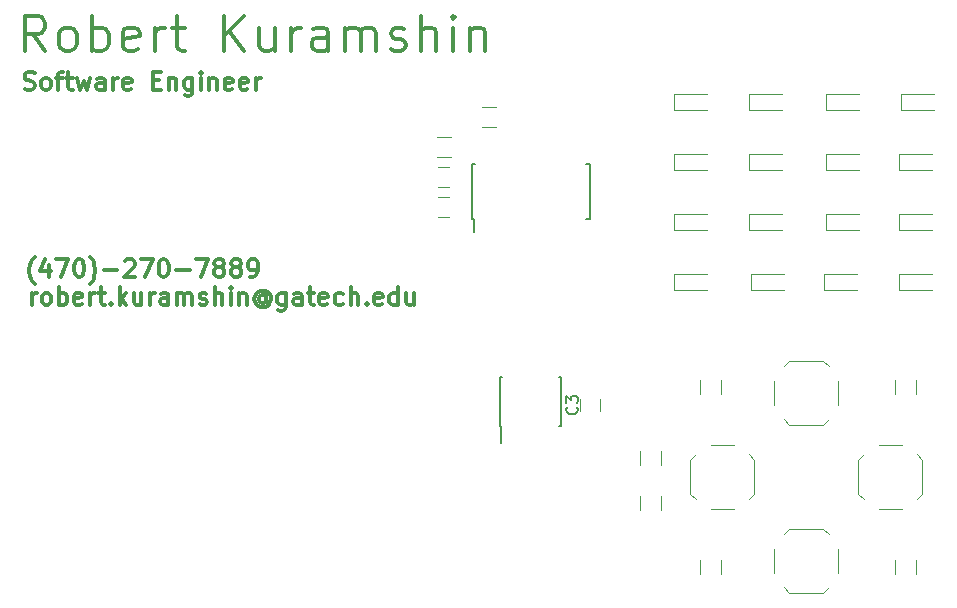
<source format=gto>
G04 #@! TF.FileFunction,Legend,Top*
%FSLAX46Y46*%
G04 Gerber Fmt 4.6, Leading zero omitted, Abs format (unit mm)*
G04 Created by KiCad (PCBNEW 4.0.7) date 09/22/17 17:03:54*
%MOMM*%
%LPD*%
G01*
G04 APERTURE LIST*
%ADD10C,0.100000*%
%ADD11C,0.300000*%
%ADD12C,0.120000*%
%ADD13C,0.150000*%
G04 APERTURE END LIST*
D10*
D11*
X148519716Y-115740500D02*
X148448288Y-115669071D01*
X148305431Y-115454786D01*
X148234002Y-115311929D01*
X148162573Y-115097643D01*
X148091145Y-114740500D01*
X148091145Y-114454786D01*
X148162573Y-114097643D01*
X148234002Y-113883357D01*
X148305431Y-113740500D01*
X148448288Y-113526214D01*
X148519716Y-113454786D01*
X149734002Y-114169071D02*
X149734002Y-115169071D01*
X149376859Y-113597643D02*
X149019716Y-114669071D01*
X149948288Y-114669071D01*
X150376859Y-113669071D02*
X151376859Y-113669071D01*
X150734002Y-115169071D01*
X152234001Y-113669071D02*
X152376858Y-113669071D01*
X152519715Y-113740500D01*
X152591144Y-113811929D01*
X152662573Y-113954786D01*
X152734001Y-114240500D01*
X152734001Y-114597643D01*
X152662573Y-114883357D01*
X152591144Y-115026214D01*
X152519715Y-115097643D01*
X152376858Y-115169071D01*
X152234001Y-115169071D01*
X152091144Y-115097643D01*
X152019715Y-115026214D01*
X151948287Y-114883357D01*
X151876858Y-114597643D01*
X151876858Y-114240500D01*
X151948287Y-113954786D01*
X152019715Y-113811929D01*
X152091144Y-113740500D01*
X152234001Y-113669071D01*
X153234001Y-115740500D02*
X153305429Y-115669071D01*
X153448286Y-115454786D01*
X153519715Y-115311929D01*
X153591144Y-115097643D01*
X153662572Y-114740500D01*
X153662572Y-114454786D01*
X153591144Y-114097643D01*
X153519715Y-113883357D01*
X153448286Y-113740500D01*
X153305429Y-113526214D01*
X153234001Y-113454786D01*
X154376858Y-114597643D02*
X155519715Y-114597643D01*
X156162572Y-113811929D02*
X156234001Y-113740500D01*
X156376858Y-113669071D01*
X156734001Y-113669071D01*
X156876858Y-113740500D01*
X156948287Y-113811929D01*
X157019715Y-113954786D01*
X157019715Y-114097643D01*
X156948287Y-114311929D01*
X156091144Y-115169071D01*
X157019715Y-115169071D01*
X157519715Y-113669071D02*
X158519715Y-113669071D01*
X157876858Y-115169071D01*
X159376857Y-113669071D02*
X159519714Y-113669071D01*
X159662571Y-113740500D01*
X159734000Y-113811929D01*
X159805429Y-113954786D01*
X159876857Y-114240500D01*
X159876857Y-114597643D01*
X159805429Y-114883357D01*
X159734000Y-115026214D01*
X159662571Y-115097643D01*
X159519714Y-115169071D01*
X159376857Y-115169071D01*
X159234000Y-115097643D01*
X159162571Y-115026214D01*
X159091143Y-114883357D01*
X159019714Y-114597643D01*
X159019714Y-114240500D01*
X159091143Y-113954786D01*
X159162571Y-113811929D01*
X159234000Y-113740500D01*
X159376857Y-113669071D01*
X160519714Y-114597643D02*
X161662571Y-114597643D01*
X162234000Y-113669071D02*
X163234000Y-113669071D01*
X162591143Y-115169071D01*
X164019714Y-114311929D02*
X163876856Y-114240500D01*
X163805428Y-114169071D01*
X163733999Y-114026214D01*
X163733999Y-113954786D01*
X163805428Y-113811929D01*
X163876856Y-113740500D01*
X164019714Y-113669071D01*
X164305428Y-113669071D01*
X164448285Y-113740500D01*
X164519714Y-113811929D01*
X164591142Y-113954786D01*
X164591142Y-114026214D01*
X164519714Y-114169071D01*
X164448285Y-114240500D01*
X164305428Y-114311929D01*
X164019714Y-114311929D01*
X163876856Y-114383357D01*
X163805428Y-114454786D01*
X163733999Y-114597643D01*
X163733999Y-114883357D01*
X163805428Y-115026214D01*
X163876856Y-115097643D01*
X164019714Y-115169071D01*
X164305428Y-115169071D01*
X164448285Y-115097643D01*
X164519714Y-115026214D01*
X164591142Y-114883357D01*
X164591142Y-114597643D01*
X164519714Y-114454786D01*
X164448285Y-114383357D01*
X164305428Y-114311929D01*
X165448285Y-114311929D02*
X165305427Y-114240500D01*
X165233999Y-114169071D01*
X165162570Y-114026214D01*
X165162570Y-113954786D01*
X165233999Y-113811929D01*
X165305427Y-113740500D01*
X165448285Y-113669071D01*
X165733999Y-113669071D01*
X165876856Y-113740500D01*
X165948285Y-113811929D01*
X166019713Y-113954786D01*
X166019713Y-114026214D01*
X165948285Y-114169071D01*
X165876856Y-114240500D01*
X165733999Y-114311929D01*
X165448285Y-114311929D01*
X165305427Y-114383357D01*
X165233999Y-114454786D01*
X165162570Y-114597643D01*
X165162570Y-114883357D01*
X165233999Y-115026214D01*
X165305427Y-115097643D01*
X165448285Y-115169071D01*
X165733999Y-115169071D01*
X165876856Y-115097643D01*
X165948285Y-115026214D01*
X166019713Y-114883357D01*
X166019713Y-114597643D01*
X165948285Y-114454786D01*
X165876856Y-114383357D01*
X165733999Y-114311929D01*
X166733998Y-115169071D02*
X167019713Y-115169071D01*
X167162570Y-115097643D01*
X167233998Y-115026214D01*
X167376856Y-114811929D01*
X167448284Y-114526214D01*
X167448284Y-113954786D01*
X167376856Y-113811929D01*
X167305427Y-113740500D01*
X167162570Y-113669071D01*
X166876856Y-113669071D01*
X166733998Y-113740500D01*
X166662570Y-113811929D01*
X166591141Y-113954786D01*
X166591141Y-114311929D01*
X166662570Y-114454786D01*
X166733998Y-114526214D01*
X166876856Y-114597643D01*
X167162570Y-114597643D01*
X167305427Y-114526214D01*
X167376856Y-114454786D01*
X167448284Y-114311929D01*
X148286429Y-117518571D02*
X148286429Y-116518571D01*
X148286429Y-116804286D02*
X148357857Y-116661429D01*
X148429286Y-116590000D01*
X148572143Y-116518571D01*
X148715000Y-116518571D01*
X149429286Y-117518571D02*
X149286428Y-117447143D01*
X149215000Y-117375714D01*
X149143571Y-117232857D01*
X149143571Y-116804286D01*
X149215000Y-116661429D01*
X149286428Y-116590000D01*
X149429286Y-116518571D01*
X149643571Y-116518571D01*
X149786428Y-116590000D01*
X149857857Y-116661429D01*
X149929286Y-116804286D01*
X149929286Y-117232857D01*
X149857857Y-117375714D01*
X149786428Y-117447143D01*
X149643571Y-117518571D01*
X149429286Y-117518571D01*
X150572143Y-117518571D02*
X150572143Y-116018571D01*
X150572143Y-116590000D02*
X150715000Y-116518571D01*
X151000714Y-116518571D01*
X151143571Y-116590000D01*
X151215000Y-116661429D01*
X151286429Y-116804286D01*
X151286429Y-117232857D01*
X151215000Y-117375714D01*
X151143571Y-117447143D01*
X151000714Y-117518571D01*
X150715000Y-117518571D01*
X150572143Y-117447143D01*
X152500714Y-117447143D02*
X152357857Y-117518571D01*
X152072143Y-117518571D01*
X151929286Y-117447143D01*
X151857857Y-117304286D01*
X151857857Y-116732857D01*
X151929286Y-116590000D01*
X152072143Y-116518571D01*
X152357857Y-116518571D01*
X152500714Y-116590000D01*
X152572143Y-116732857D01*
X152572143Y-116875714D01*
X151857857Y-117018571D01*
X153215000Y-117518571D02*
X153215000Y-116518571D01*
X153215000Y-116804286D02*
X153286428Y-116661429D01*
X153357857Y-116590000D01*
X153500714Y-116518571D01*
X153643571Y-116518571D01*
X153929285Y-116518571D02*
X154500714Y-116518571D01*
X154143571Y-116018571D02*
X154143571Y-117304286D01*
X154214999Y-117447143D01*
X154357857Y-117518571D01*
X154500714Y-117518571D01*
X155000714Y-117375714D02*
X155072142Y-117447143D01*
X155000714Y-117518571D01*
X154929285Y-117447143D01*
X155000714Y-117375714D01*
X155000714Y-117518571D01*
X155715000Y-117518571D02*
X155715000Y-116018571D01*
X155857857Y-116947143D02*
X156286428Y-117518571D01*
X156286428Y-116518571D02*
X155715000Y-117090000D01*
X157572143Y-116518571D02*
X157572143Y-117518571D01*
X156929286Y-116518571D02*
X156929286Y-117304286D01*
X157000714Y-117447143D01*
X157143572Y-117518571D01*
X157357857Y-117518571D01*
X157500714Y-117447143D01*
X157572143Y-117375714D01*
X158286429Y-117518571D02*
X158286429Y-116518571D01*
X158286429Y-116804286D02*
X158357857Y-116661429D01*
X158429286Y-116590000D01*
X158572143Y-116518571D01*
X158715000Y-116518571D01*
X159857857Y-117518571D02*
X159857857Y-116732857D01*
X159786428Y-116590000D01*
X159643571Y-116518571D01*
X159357857Y-116518571D01*
X159215000Y-116590000D01*
X159857857Y-117447143D02*
X159715000Y-117518571D01*
X159357857Y-117518571D01*
X159215000Y-117447143D01*
X159143571Y-117304286D01*
X159143571Y-117161429D01*
X159215000Y-117018571D01*
X159357857Y-116947143D01*
X159715000Y-116947143D01*
X159857857Y-116875714D01*
X160572143Y-117518571D02*
X160572143Y-116518571D01*
X160572143Y-116661429D02*
X160643571Y-116590000D01*
X160786429Y-116518571D01*
X161000714Y-116518571D01*
X161143571Y-116590000D01*
X161215000Y-116732857D01*
X161215000Y-117518571D01*
X161215000Y-116732857D02*
X161286429Y-116590000D01*
X161429286Y-116518571D01*
X161643571Y-116518571D01*
X161786429Y-116590000D01*
X161857857Y-116732857D01*
X161857857Y-117518571D01*
X162500714Y-117447143D02*
X162643571Y-117518571D01*
X162929286Y-117518571D01*
X163072143Y-117447143D01*
X163143571Y-117304286D01*
X163143571Y-117232857D01*
X163072143Y-117090000D01*
X162929286Y-117018571D01*
X162715000Y-117018571D01*
X162572143Y-116947143D01*
X162500714Y-116804286D01*
X162500714Y-116732857D01*
X162572143Y-116590000D01*
X162715000Y-116518571D01*
X162929286Y-116518571D01*
X163072143Y-116590000D01*
X163786429Y-117518571D02*
X163786429Y-116018571D01*
X164429286Y-117518571D02*
X164429286Y-116732857D01*
X164357857Y-116590000D01*
X164215000Y-116518571D01*
X164000715Y-116518571D01*
X163857857Y-116590000D01*
X163786429Y-116661429D01*
X165143572Y-117518571D02*
X165143572Y-116518571D01*
X165143572Y-116018571D02*
X165072143Y-116090000D01*
X165143572Y-116161429D01*
X165215000Y-116090000D01*
X165143572Y-116018571D01*
X165143572Y-116161429D01*
X165857858Y-116518571D02*
X165857858Y-117518571D01*
X165857858Y-116661429D02*
X165929286Y-116590000D01*
X166072144Y-116518571D01*
X166286429Y-116518571D01*
X166429286Y-116590000D01*
X166500715Y-116732857D01*
X166500715Y-117518571D01*
X168143572Y-116804286D02*
X168072144Y-116732857D01*
X167929287Y-116661429D01*
X167786429Y-116661429D01*
X167643572Y-116732857D01*
X167572144Y-116804286D01*
X167500715Y-116947143D01*
X167500715Y-117090000D01*
X167572144Y-117232857D01*
X167643572Y-117304286D01*
X167786429Y-117375714D01*
X167929287Y-117375714D01*
X168072144Y-117304286D01*
X168143572Y-117232857D01*
X168143572Y-116661429D02*
X168143572Y-117232857D01*
X168215001Y-117304286D01*
X168286429Y-117304286D01*
X168429287Y-117232857D01*
X168500715Y-117090000D01*
X168500715Y-116732857D01*
X168357858Y-116518571D01*
X168143572Y-116375714D01*
X167857858Y-116304286D01*
X167572144Y-116375714D01*
X167357858Y-116518571D01*
X167215001Y-116732857D01*
X167143572Y-117018571D01*
X167215001Y-117304286D01*
X167357858Y-117518571D01*
X167572144Y-117661429D01*
X167857858Y-117732857D01*
X168143572Y-117661429D01*
X168357858Y-117518571D01*
X169786429Y-116518571D02*
X169786429Y-117732857D01*
X169715000Y-117875714D01*
X169643572Y-117947143D01*
X169500715Y-118018571D01*
X169286429Y-118018571D01*
X169143572Y-117947143D01*
X169786429Y-117447143D02*
X169643572Y-117518571D01*
X169357858Y-117518571D01*
X169215000Y-117447143D01*
X169143572Y-117375714D01*
X169072143Y-117232857D01*
X169072143Y-116804286D01*
X169143572Y-116661429D01*
X169215000Y-116590000D01*
X169357858Y-116518571D01*
X169643572Y-116518571D01*
X169786429Y-116590000D01*
X171143572Y-117518571D02*
X171143572Y-116732857D01*
X171072143Y-116590000D01*
X170929286Y-116518571D01*
X170643572Y-116518571D01*
X170500715Y-116590000D01*
X171143572Y-117447143D02*
X171000715Y-117518571D01*
X170643572Y-117518571D01*
X170500715Y-117447143D01*
X170429286Y-117304286D01*
X170429286Y-117161429D01*
X170500715Y-117018571D01*
X170643572Y-116947143D01*
X171000715Y-116947143D01*
X171143572Y-116875714D01*
X171643572Y-116518571D02*
X172215001Y-116518571D01*
X171857858Y-116018571D02*
X171857858Y-117304286D01*
X171929286Y-117447143D01*
X172072144Y-117518571D01*
X172215001Y-117518571D01*
X173286429Y-117447143D02*
X173143572Y-117518571D01*
X172857858Y-117518571D01*
X172715001Y-117447143D01*
X172643572Y-117304286D01*
X172643572Y-116732857D01*
X172715001Y-116590000D01*
X172857858Y-116518571D01*
X173143572Y-116518571D01*
X173286429Y-116590000D01*
X173357858Y-116732857D01*
X173357858Y-116875714D01*
X172643572Y-117018571D01*
X174643572Y-117447143D02*
X174500715Y-117518571D01*
X174215001Y-117518571D01*
X174072143Y-117447143D01*
X174000715Y-117375714D01*
X173929286Y-117232857D01*
X173929286Y-116804286D01*
X174000715Y-116661429D01*
X174072143Y-116590000D01*
X174215001Y-116518571D01*
X174500715Y-116518571D01*
X174643572Y-116590000D01*
X175286429Y-117518571D02*
X175286429Y-116018571D01*
X175929286Y-117518571D02*
X175929286Y-116732857D01*
X175857857Y-116590000D01*
X175715000Y-116518571D01*
X175500715Y-116518571D01*
X175357857Y-116590000D01*
X175286429Y-116661429D01*
X176643572Y-117375714D02*
X176715000Y-117447143D01*
X176643572Y-117518571D01*
X176572143Y-117447143D01*
X176643572Y-117375714D01*
X176643572Y-117518571D01*
X177929286Y-117447143D02*
X177786429Y-117518571D01*
X177500715Y-117518571D01*
X177357858Y-117447143D01*
X177286429Y-117304286D01*
X177286429Y-116732857D01*
X177357858Y-116590000D01*
X177500715Y-116518571D01*
X177786429Y-116518571D01*
X177929286Y-116590000D01*
X178000715Y-116732857D01*
X178000715Y-116875714D01*
X177286429Y-117018571D01*
X179286429Y-117518571D02*
X179286429Y-116018571D01*
X179286429Y-117447143D02*
X179143572Y-117518571D01*
X178857858Y-117518571D01*
X178715000Y-117447143D01*
X178643572Y-117375714D01*
X178572143Y-117232857D01*
X178572143Y-116804286D01*
X178643572Y-116661429D01*
X178715000Y-116590000D01*
X178857858Y-116518571D01*
X179143572Y-116518571D01*
X179286429Y-116590000D01*
X180643572Y-116518571D02*
X180643572Y-117518571D01*
X180000715Y-116518571D02*
X180000715Y-117304286D01*
X180072143Y-117447143D01*
X180215001Y-117518571D01*
X180429286Y-117518571D01*
X180572143Y-117447143D01*
X180643572Y-117375714D01*
X147678429Y-99222643D02*
X147892715Y-99294071D01*
X148249858Y-99294071D01*
X148392715Y-99222643D01*
X148464144Y-99151214D01*
X148535572Y-99008357D01*
X148535572Y-98865500D01*
X148464144Y-98722643D01*
X148392715Y-98651214D01*
X148249858Y-98579786D01*
X147964144Y-98508357D01*
X147821286Y-98436929D01*
X147749858Y-98365500D01*
X147678429Y-98222643D01*
X147678429Y-98079786D01*
X147749858Y-97936929D01*
X147821286Y-97865500D01*
X147964144Y-97794071D01*
X148321286Y-97794071D01*
X148535572Y-97865500D01*
X149392715Y-99294071D02*
X149249857Y-99222643D01*
X149178429Y-99151214D01*
X149107000Y-99008357D01*
X149107000Y-98579786D01*
X149178429Y-98436929D01*
X149249857Y-98365500D01*
X149392715Y-98294071D01*
X149607000Y-98294071D01*
X149749857Y-98365500D01*
X149821286Y-98436929D01*
X149892715Y-98579786D01*
X149892715Y-99008357D01*
X149821286Y-99151214D01*
X149749857Y-99222643D01*
X149607000Y-99294071D01*
X149392715Y-99294071D01*
X150321286Y-98294071D02*
X150892715Y-98294071D01*
X150535572Y-99294071D02*
X150535572Y-98008357D01*
X150607000Y-97865500D01*
X150749858Y-97794071D01*
X150892715Y-97794071D01*
X151178429Y-98294071D02*
X151749858Y-98294071D01*
X151392715Y-97794071D02*
X151392715Y-99079786D01*
X151464143Y-99222643D01*
X151607001Y-99294071D01*
X151749858Y-99294071D01*
X152107001Y-98294071D02*
X152392715Y-99294071D01*
X152678429Y-98579786D01*
X152964144Y-99294071D01*
X153249858Y-98294071D01*
X154464144Y-99294071D02*
X154464144Y-98508357D01*
X154392715Y-98365500D01*
X154249858Y-98294071D01*
X153964144Y-98294071D01*
X153821287Y-98365500D01*
X154464144Y-99222643D02*
X154321287Y-99294071D01*
X153964144Y-99294071D01*
X153821287Y-99222643D01*
X153749858Y-99079786D01*
X153749858Y-98936929D01*
X153821287Y-98794071D01*
X153964144Y-98722643D01*
X154321287Y-98722643D01*
X154464144Y-98651214D01*
X155178430Y-99294071D02*
X155178430Y-98294071D01*
X155178430Y-98579786D02*
X155249858Y-98436929D01*
X155321287Y-98365500D01*
X155464144Y-98294071D01*
X155607001Y-98294071D01*
X156678429Y-99222643D02*
X156535572Y-99294071D01*
X156249858Y-99294071D01*
X156107001Y-99222643D01*
X156035572Y-99079786D01*
X156035572Y-98508357D01*
X156107001Y-98365500D01*
X156249858Y-98294071D01*
X156535572Y-98294071D01*
X156678429Y-98365500D01*
X156749858Y-98508357D01*
X156749858Y-98651214D01*
X156035572Y-98794071D01*
X158535572Y-98508357D02*
X159035572Y-98508357D01*
X159249858Y-99294071D02*
X158535572Y-99294071D01*
X158535572Y-97794071D01*
X159249858Y-97794071D01*
X159892715Y-98294071D02*
X159892715Y-99294071D01*
X159892715Y-98436929D02*
X159964143Y-98365500D01*
X160107001Y-98294071D01*
X160321286Y-98294071D01*
X160464143Y-98365500D01*
X160535572Y-98508357D01*
X160535572Y-99294071D01*
X161892715Y-98294071D02*
X161892715Y-99508357D01*
X161821286Y-99651214D01*
X161749858Y-99722643D01*
X161607001Y-99794071D01*
X161392715Y-99794071D01*
X161249858Y-99722643D01*
X161892715Y-99222643D02*
X161749858Y-99294071D01*
X161464144Y-99294071D01*
X161321286Y-99222643D01*
X161249858Y-99151214D01*
X161178429Y-99008357D01*
X161178429Y-98579786D01*
X161249858Y-98436929D01*
X161321286Y-98365500D01*
X161464144Y-98294071D01*
X161749858Y-98294071D01*
X161892715Y-98365500D01*
X162607001Y-99294071D02*
X162607001Y-98294071D01*
X162607001Y-97794071D02*
X162535572Y-97865500D01*
X162607001Y-97936929D01*
X162678429Y-97865500D01*
X162607001Y-97794071D01*
X162607001Y-97936929D01*
X163321287Y-98294071D02*
X163321287Y-99294071D01*
X163321287Y-98436929D02*
X163392715Y-98365500D01*
X163535573Y-98294071D01*
X163749858Y-98294071D01*
X163892715Y-98365500D01*
X163964144Y-98508357D01*
X163964144Y-99294071D01*
X165249858Y-99222643D02*
X165107001Y-99294071D01*
X164821287Y-99294071D01*
X164678430Y-99222643D01*
X164607001Y-99079786D01*
X164607001Y-98508357D01*
X164678430Y-98365500D01*
X164821287Y-98294071D01*
X165107001Y-98294071D01*
X165249858Y-98365500D01*
X165321287Y-98508357D01*
X165321287Y-98651214D01*
X164607001Y-98794071D01*
X166535572Y-99222643D02*
X166392715Y-99294071D01*
X166107001Y-99294071D01*
X165964144Y-99222643D01*
X165892715Y-99079786D01*
X165892715Y-98508357D01*
X165964144Y-98365500D01*
X166107001Y-98294071D01*
X166392715Y-98294071D01*
X166535572Y-98365500D01*
X166607001Y-98508357D01*
X166607001Y-98651214D01*
X165892715Y-98794071D01*
X167249858Y-99294071D02*
X167249858Y-98294071D01*
X167249858Y-98579786D02*
X167321286Y-98436929D01*
X167392715Y-98365500D01*
X167535572Y-98294071D01*
X167678429Y-98294071D01*
X149409785Y-96035643D02*
X148409785Y-94607071D01*
X147695500Y-96035643D02*
X147695500Y-93035643D01*
X148838357Y-93035643D01*
X149124071Y-93178500D01*
X149266928Y-93321357D01*
X149409785Y-93607071D01*
X149409785Y-94035643D01*
X149266928Y-94321357D01*
X149124071Y-94464214D01*
X148838357Y-94607071D01*
X147695500Y-94607071D01*
X151124071Y-96035643D02*
X150838357Y-95892786D01*
X150695500Y-95749929D01*
X150552643Y-95464214D01*
X150552643Y-94607071D01*
X150695500Y-94321357D01*
X150838357Y-94178500D01*
X151124071Y-94035643D01*
X151552643Y-94035643D01*
X151838357Y-94178500D01*
X151981214Y-94321357D01*
X152124071Y-94607071D01*
X152124071Y-95464214D01*
X151981214Y-95749929D01*
X151838357Y-95892786D01*
X151552643Y-96035643D01*
X151124071Y-96035643D01*
X153409786Y-96035643D02*
X153409786Y-93035643D01*
X153409786Y-94178500D02*
X153695500Y-94035643D01*
X154266929Y-94035643D01*
X154552643Y-94178500D01*
X154695500Y-94321357D01*
X154838357Y-94607071D01*
X154838357Y-95464214D01*
X154695500Y-95749929D01*
X154552643Y-95892786D01*
X154266929Y-96035643D01*
X153695500Y-96035643D01*
X153409786Y-95892786D01*
X157266929Y-95892786D02*
X156981215Y-96035643D01*
X156409786Y-96035643D01*
X156124072Y-95892786D01*
X155981215Y-95607071D01*
X155981215Y-94464214D01*
X156124072Y-94178500D01*
X156409786Y-94035643D01*
X156981215Y-94035643D01*
X157266929Y-94178500D01*
X157409786Y-94464214D01*
X157409786Y-94749929D01*
X155981215Y-95035643D01*
X158695501Y-96035643D02*
X158695501Y-94035643D01*
X158695501Y-94607071D02*
X158838358Y-94321357D01*
X158981215Y-94178500D01*
X159266929Y-94035643D01*
X159552644Y-94035643D01*
X160124072Y-94035643D02*
X161266929Y-94035643D01*
X160552644Y-93035643D02*
X160552644Y-95607071D01*
X160695501Y-95892786D01*
X160981215Y-96035643D01*
X161266929Y-96035643D01*
X164552644Y-96035643D02*
X164552644Y-93035643D01*
X166266929Y-96035643D02*
X164981215Y-94321357D01*
X166266929Y-93035643D02*
X164552644Y-94749929D01*
X168838358Y-94035643D02*
X168838358Y-96035643D01*
X167552644Y-94035643D02*
X167552644Y-95607071D01*
X167695501Y-95892786D01*
X167981215Y-96035643D01*
X168409787Y-96035643D01*
X168695501Y-95892786D01*
X168838358Y-95749929D01*
X170266930Y-96035643D02*
X170266930Y-94035643D01*
X170266930Y-94607071D02*
X170409787Y-94321357D01*
X170552644Y-94178500D01*
X170838358Y-94035643D01*
X171124073Y-94035643D01*
X173409787Y-96035643D02*
X173409787Y-94464214D01*
X173266930Y-94178500D01*
X172981216Y-94035643D01*
X172409787Y-94035643D01*
X172124073Y-94178500D01*
X173409787Y-95892786D02*
X173124073Y-96035643D01*
X172409787Y-96035643D01*
X172124073Y-95892786D01*
X171981216Y-95607071D01*
X171981216Y-95321357D01*
X172124073Y-95035643D01*
X172409787Y-94892786D01*
X173124073Y-94892786D01*
X173409787Y-94749929D01*
X174838359Y-96035643D02*
X174838359Y-94035643D01*
X174838359Y-94321357D02*
X174981216Y-94178500D01*
X175266930Y-94035643D01*
X175695502Y-94035643D01*
X175981216Y-94178500D01*
X176124073Y-94464214D01*
X176124073Y-96035643D01*
X176124073Y-94464214D02*
X176266930Y-94178500D01*
X176552644Y-94035643D01*
X176981216Y-94035643D01*
X177266930Y-94178500D01*
X177409787Y-94464214D01*
X177409787Y-96035643D01*
X178695502Y-95892786D02*
X178981216Y-96035643D01*
X179552644Y-96035643D01*
X179838359Y-95892786D01*
X179981216Y-95607071D01*
X179981216Y-95464214D01*
X179838359Y-95178500D01*
X179552644Y-95035643D01*
X179124073Y-95035643D01*
X178838359Y-94892786D01*
X178695502Y-94607071D01*
X178695502Y-94464214D01*
X178838359Y-94178500D01*
X179124073Y-94035643D01*
X179552644Y-94035643D01*
X179838359Y-94178500D01*
X181266930Y-96035643D02*
X181266930Y-93035643D01*
X182552644Y-96035643D02*
X182552644Y-94464214D01*
X182409787Y-94178500D01*
X182124073Y-94035643D01*
X181695501Y-94035643D01*
X181409787Y-94178500D01*
X181266930Y-94321357D01*
X183981216Y-96035643D02*
X183981216Y-94035643D01*
X183981216Y-93035643D02*
X183838359Y-93178500D01*
X183981216Y-93321357D01*
X184124073Y-93178500D01*
X183981216Y-93035643D01*
X183981216Y-93321357D01*
X185409787Y-94035643D02*
X185409787Y-96035643D01*
X185409787Y-94321357D02*
X185552644Y-94178500D01*
X185838358Y-94035643D01*
X186266930Y-94035643D01*
X186552644Y-94178500D01*
X186695501Y-94464214D01*
X186695501Y-96035643D01*
D12*
X187610000Y-102480000D02*
X186410000Y-102480000D01*
X186410000Y-100720000D02*
X187610000Y-100720000D01*
X183650000Y-105830000D02*
X182650000Y-105830000D01*
X182650000Y-107530000D02*
X183650000Y-107530000D01*
X182650000Y-110070000D02*
X183650000Y-110070000D01*
X183650000Y-108370000D02*
X182650000Y-108370000D01*
X221720000Y-114870000D02*
X221720000Y-116270000D01*
X221720000Y-116270000D02*
X224520000Y-116270000D01*
X221720000Y-114870000D02*
X224520000Y-114870000D01*
X221720000Y-109790000D02*
X221720000Y-111190000D01*
X221720000Y-111190000D02*
X224520000Y-111190000D01*
X221720000Y-109790000D02*
X224520000Y-109790000D01*
X215370000Y-114870000D02*
X215370000Y-116270000D01*
X215370000Y-116270000D02*
X218170000Y-116270000D01*
X215370000Y-114870000D02*
X218170000Y-114870000D01*
X215540000Y-109790000D02*
X215540000Y-111190000D01*
X215540000Y-111190000D02*
X218340000Y-111190000D01*
X215540000Y-109790000D02*
X218340000Y-109790000D01*
X209190000Y-114870000D02*
X209190000Y-116270000D01*
X209190000Y-116270000D02*
X211990000Y-116270000D01*
X209190000Y-114870000D02*
X211990000Y-114870000D01*
X209020000Y-109790000D02*
X209020000Y-111190000D01*
X209020000Y-111190000D02*
X211820000Y-111190000D01*
X209020000Y-109790000D02*
X211820000Y-109790000D01*
X202670000Y-114870000D02*
X202670000Y-116270000D01*
X202670000Y-116270000D02*
X205470000Y-116270000D01*
X202670000Y-114870000D02*
X205470000Y-114870000D01*
X202670000Y-109790000D02*
X202670000Y-111190000D01*
X202670000Y-111190000D02*
X205470000Y-111190000D01*
X202670000Y-109790000D02*
X205470000Y-109790000D01*
X202670000Y-104710000D02*
X202670000Y-106110000D01*
X202670000Y-106110000D02*
X205470000Y-106110000D01*
X202670000Y-104710000D02*
X205470000Y-104710000D01*
X202670000Y-99630000D02*
X202670000Y-101030000D01*
X202670000Y-101030000D02*
X205470000Y-101030000D01*
X202670000Y-99630000D02*
X205470000Y-99630000D01*
X209020000Y-104710000D02*
X209020000Y-106110000D01*
X209020000Y-106110000D02*
X211820000Y-106110000D01*
X209020000Y-104710000D02*
X211820000Y-104710000D01*
X209020000Y-99630000D02*
X209020000Y-101030000D01*
X209020000Y-101030000D02*
X211820000Y-101030000D01*
X209020000Y-99630000D02*
X211820000Y-99630000D01*
X215540000Y-104710000D02*
X215540000Y-106110000D01*
X215540000Y-106110000D02*
X218340000Y-106110000D01*
X215540000Y-104710000D02*
X218340000Y-104710000D01*
X215540000Y-99630000D02*
X215540000Y-101030000D01*
X215540000Y-101030000D02*
X218340000Y-101030000D01*
X215540000Y-99630000D02*
X218340000Y-99630000D01*
X221720000Y-104710000D02*
X221720000Y-106110000D01*
X221720000Y-106110000D02*
X224520000Y-106110000D01*
X221720000Y-104710000D02*
X224520000Y-104710000D01*
X221890000Y-99630000D02*
X221890000Y-101030000D01*
X221890000Y-101030000D02*
X224690000Y-101030000D01*
X221890000Y-99630000D02*
X224690000Y-99630000D01*
X201540000Y-129890000D02*
X201540000Y-131090000D01*
X199780000Y-131090000D02*
X199780000Y-129890000D01*
X204860000Y-125060000D02*
X204860000Y-123860000D01*
X206620000Y-123860000D02*
X206620000Y-125060000D01*
X223130000Y-123860000D02*
X223130000Y-125060000D01*
X221370000Y-125060000D02*
X221370000Y-123860000D01*
X223130000Y-139100000D02*
X223130000Y-140300000D01*
X221370000Y-140300000D02*
X221370000Y-139100000D01*
X204860000Y-140300000D02*
X204860000Y-139100000D01*
X206620000Y-139100000D02*
X206620000Y-140300000D01*
X199780000Y-134900000D02*
X199780000Y-133700000D01*
X201540000Y-133700000D02*
X201540000Y-134900000D01*
X182600000Y-103260000D02*
X183800000Y-103260000D01*
X183800000Y-105020000D02*
X182600000Y-105020000D01*
X204056000Y-133530000D02*
X204056000Y-130630000D01*
X204506000Y-133980000D02*
X204056000Y-133530000D01*
X207756000Y-134780000D02*
X205756000Y-134780000D01*
X209456000Y-133530000D02*
X209006000Y-133980000D01*
X209456000Y-130630000D02*
X209456000Y-133530000D01*
X209006000Y-130180000D02*
X209456000Y-130630000D01*
X205756000Y-129380000D02*
X207756000Y-129380000D01*
X204056000Y-130630000D02*
X204506000Y-130180000D01*
X212418000Y-122268000D02*
X215318000Y-122268000D01*
X211968000Y-122718000D02*
X212418000Y-122268000D01*
X211168000Y-125968000D02*
X211168000Y-123968000D01*
X212418000Y-127668000D02*
X211968000Y-127218000D01*
X215318000Y-127668000D02*
X212418000Y-127668000D01*
X215768000Y-127218000D02*
X215318000Y-127668000D01*
X216568000Y-123968000D02*
X216568000Y-125968000D01*
X215318000Y-122268000D02*
X215768000Y-122718000D01*
X223680000Y-130630000D02*
X223680000Y-133530000D01*
X223230000Y-130180000D02*
X223680000Y-130630000D01*
X219980000Y-129380000D02*
X221980000Y-129380000D01*
X218280000Y-130630000D02*
X218730000Y-130180000D01*
X218280000Y-133530000D02*
X218280000Y-130630000D01*
X218730000Y-133980000D02*
X218280000Y-133530000D01*
X221980000Y-134780000D02*
X219980000Y-134780000D01*
X223680000Y-133530000D02*
X223230000Y-133980000D01*
X215318000Y-141892000D02*
X212418000Y-141892000D01*
X215768000Y-141442000D02*
X215318000Y-141892000D01*
X216568000Y-138192000D02*
X216568000Y-140192000D01*
X215318000Y-136492000D02*
X215768000Y-136942000D01*
X212418000Y-136492000D02*
X215318000Y-136492000D01*
X211968000Y-136942000D02*
X212418000Y-136492000D01*
X211168000Y-140192000D02*
X211168000Y-138192000D01*
X212418000Y-141892000D02*
X211968000Y-141442000D01*
D13*
X187925000Y-127805000D02*
X187975000Y-127805000D01*
X187925000Y-123655000D02*
X188070000Y-123655000D01*
X193075000Y-123655000D02*
X192930000Y-123655000D01*
X193075000Y-127805000D02*
X192930000Y-127805000D01*
X187925000Y-127805000D02*
X187925000Y-123655000D01*
X193075000Y-127805000D02*
X193075000Y-123655000D01*
X187975000Y-127805000D02*
X187975000Y-129205000D01*
X185525000Y-110275000D02*
X185750000Y-110275000D01*
X185525000Y-105625000D02*
X185850000Y-105625000D01*
X195525800Y-105625000D02*
X195200800Y-105625000D01*
X195525800Y-110275000D02*
X195200800Y-110275000D01*
X185525000Y-110275000D02*
X185525000Y-105625000D01*
X195525800Y-110275000D02*
X195525800Y-105625000D01*
X185750000Y-110275000D02*
X185750000Y-111350000D01*
D12*
X194730000Y-125500000D02*
X194730000Y-126500000D01*
X196430000Y-126500000D02*
X196430000Y-125500000D01*
D13*
X194437143Y-126166666D02*
X194484762Y-126214285D01*
X194532381Y-126357142D01*
X194532381Y-126452380D01*
X194484762Y-126595238D01*
X194389524Y-126690476D01*
X194294286Y-126738095D01*
X194103810Y-126785714D01*
X193960952Y-126785714D01*
X193770476Y-126738095D01*
X193675238Y-126690476D01*
X193580000Y-126595238D01*
X193532381Y-126452380D01*
X193532381Y-126357142D01*
X193580000Y-126214285D01*
X193627619Y-126166666D01*
X193532381Y-125833333D02*
X193532381Y-125214285D01*
X193913333Y-125547619D01*
X193913333Y-125404761D01*
X193960952Y-125309523D01*
X194008571Y-125261904D01*
X194103810Y-125214285D01*
X194341905Y-125214285D01*
X194437143Y-125261904D01*
X194484762Y-125309523D01*
X194532381Y-125404761D01*
X194532381Y-125690476D01*
X194484762Y-125785714D01*
X194437143Y-125833333D01*
M02*

</source>
